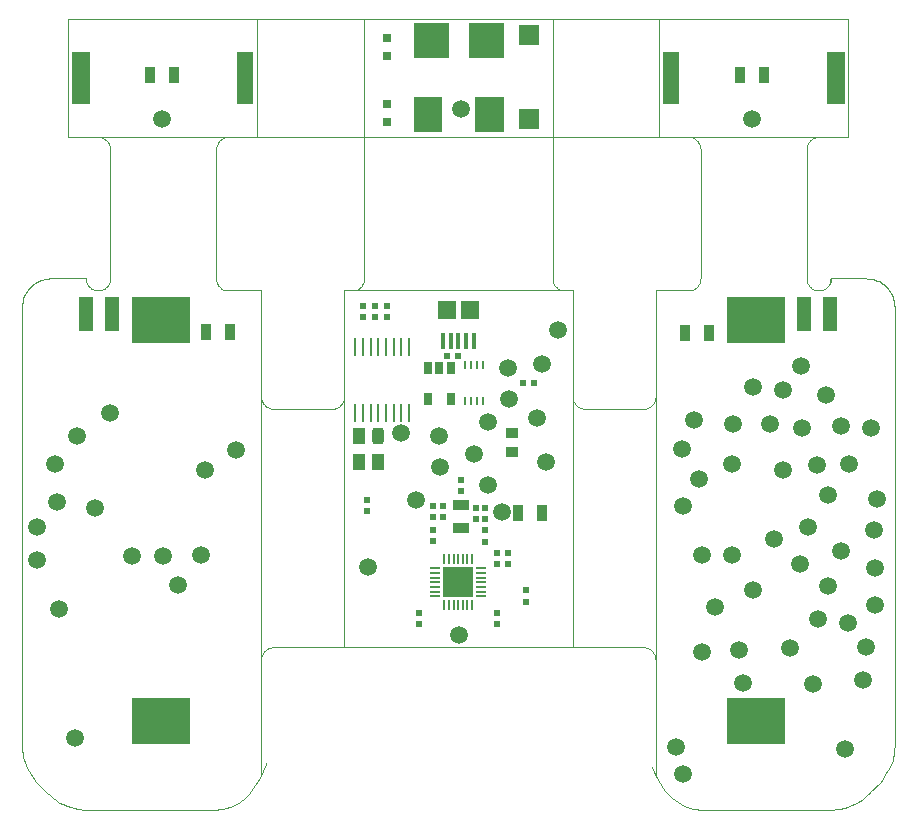
<source format=gbp>
%FSTAX23Y23*%
%MOIN*%
%SFA1B1*%

%IPPOS*%
%AMD104*
4,1,8,-0.009800,-0.027600,0.009800,-0.027600,0.019700,-0.017700,0.019700,0.017700,0.009800,0.027600,-0.009800,0.027600,-0.019700,0.017700,-0.019700,-0.017700,-0.009800,-0.027600,0.0*
1,1,0.019680,-0.009800,-0.017700*
1,1,0.019680,0.009800,-0.017700*
1,1,0.019680,0.009800,0.017700*
1,1,0.019680,-0.009800,0.017700*
%
%ADD14R,0.022840X0.024410*%
%ADD19C,0.059060*%
%ADD22R,0.039370X0.035430*%
%ADD23R,0.055120X0.037400*%
%ADD25R,0.024410X0.022840*%
%ADD27R,0.037400X0.055120*%
%ADD90C,0.001000*%
%ADD91C,0.000500*%
%ADD97R,0.059060X0.061020*%
%ADD98R,0.015750X0.053150*%
%ADD99R,0.047240X0.118110*%
%ADD100R,0.196850X0.157480*%
%ADD101R,0.031500X0.031500*%
%ADD102R,0.070870X0.068900*%
%ADD103R,0.039370X0.055120*%
G04~CAMADD=104~8~0.0~0.0~393.7~551.2~98.4~0.0~15~0.0~0.0~0.0~0.0~0~0.0~0.0~0.0~0.0~0~0.0~0.0~0.0~180.0~395.0~552.0*
%ADD104D104*%
%ADD105R,0.009840X0.029530*%
%ADD106R,0.103940X0.103940*%
%ADD107R,0.007870X0.033470*%
%ADD108R,0.033470X0.007870*%
%ADD110R,0.027560X0.039370*%
%ADD209R,0.059000X0.176000*%
%ADD210R,0.056650X0.176000*%
%ADD211R,0.058350X0.176000*%
%ADD212R,0.058000X0.176000*%
%ADD227R,0.009840X0.059060*%
%LNpcb_flex_1-1*%
%LPD*%
G36*
X00141Y01257D02*
X00023D01*
Y01375*
X00141*
Y01257*
G37*
G36*
X-00042D02*
X-0016D01*
Y01375*
X-00042*
Y01257*
G37*
G36*
X00141Y0101D02*
X00043D01*
Y01128*
X00141*
Y0101*
G37*
G36*
X-00065D02*
X-0016D01*
Y01128*
X-00065*
Y0101*
G37*
G54D14*
X-0005Y00264D03*
X-00013D03*
X00204Y00175D03*
X00241D03*
G54D19*
X-00753Y-0005D03*
X-00857Y-00114D03*
X-00868Y-00399D03*
X-00009Y-00666D03*
X-00075Y-00003D03*
X-00996Y-00401D03*
X-01099D03*
X-01417Y-00416D03*
Y-00304D03*
X0104Y-00345D03*
X01221Y-00502D03*
X01349Y-00705D03*
X01289Y-00624D03*
X01185Y-001D03*
X01338Y-00814D03*
X00901Y-00097D03*
X008Y-00723D03*
X01186Y-00613D03*
X01378Y-00566D03*
X01221Y-00199D03*
X01155Y-00307D03*
X01365Y00024D03*
X01263Y0003D03*
X00904Y00039D03*
X01133Y00025D03*
X01171Y-00828D03*
X01276Y-01047D03*
X-01288Y-01008D03*
X-01282Y-00002D03*
X-01356Y-00097D03*
X-01221Y-00242D03*
X00714Y-0104D03*
X-01349Y-00223D03*
X-01174Y00075D03*
X-00946Y-005D03*
X00937Y-00826D03*
X00735Y-00045D03*
X00739Y-01128D03*
X-01344Y-0058D03*
X00844Y-00573D03*
X00775Y0005D03*
X01375Y-00317D03*
X01384Y-00211D03*
X01291Y-00096D03*
X01377Y-00443D03*
X00791Y-00147D03*
X01129Y-00429D03*
X01263Y-00384D03*
X01072Y00151D03*
X00972Y0016D03*
X01131Y00231D03*
X01027Y00037D03*
X00739Y-00236D03*
X01215Y00135D03*
X0107Y-00116D03*
X-01Y01053D03*
X-00001Y01089D03*
X00969Y01053D03*
X008Y-004D03*
X00925Y-00717D03*
X00972Y-00517D03*
X00902Y-004D03*
X01093Y-00708D03*
X00087Y-00164D03*
X-00072Y-00107D03*
X0032Y00352D03*
X00281Y-00089D03*
X00157Y00121D03*
X00251Y00059D03*
X00266Y00237D03*
X-00153Y-00215D03*
X00134Y-00256D03*
X0004Y-00061D03*
X-00202Y00009D03*
X00086Y00044D03*
X00155Y00225D03*
X-00313Y-00438D03*
G54D22*
X00166Y00007D03*
Y-00055D03*
G54D23*
X-00002Y-00231D03*
Y-0031D03*
G54D25*
X-00142Y-00629D03*
Y-00592D03*
X00118D03*
Y-00629D03*
X-00096Y-00272D03*
Y-00235D03*
X-00064Y-00272D03*
Y-00235D03*
X00078Y-00242D03*
Y-00279D03*
X00046Y-00242D03*
Y-00279D03*
X00078Y-00317D03*
Y-00354D03*
X-00095Y-00351D03*
Y-00314D03*
X00117Y-00429D03*
Y-00392D03*
X00153Y-00429D03*
Y-00392D03*
X-00001Y-00148D03*
Y-00185D03*
X00215Y-00517D03*
Y-00554D03*
X-00316Y-00252D03*
Y-00215D03*
X-0025Y00394D03*
Y00431D03*
X-00289Y00394D03*
Y00431D03*
X-00328D03*
Y00394D03*
G54D27*
X01008Y012D03*
X00929D03*
X-00772Y00346D03*
X-00851D03*
X00745Y00342D03*
X00823D03*
X-0096Y012D03*
X-01039D03*
X00189Y-0026D03*
X00268D03*
G54D90*
X00303Y00523D02*
D01*
X00303Y0052*
X00303Y00517*
X00303Y00514*
X00304Y00511*
X00305Y00509*
X00306Y00506*
X00307Y00504*
X00309Y00501*
X0031Y00499*
X00312Y00497*
X00314Y00495*
X00316Y00493*
X00318Y00491*
X0032Y00489*
X00323Y00488*
X00325Y00487*
X00328Y00485*
X0033Y00484*
X00333Y00484*
X00336Y00483*
X00338Y00483*
X00341Y00483*
X00343Y00483*
X-00433Y00089D02*
D01*
X-0043Y00089*
X-00427Y00089*
X-00424Y00089*
X-00421Y0009*
X-00419Y00091*
X-00416Y00092*
X-00414Y00093*
X-00411Y00095*
X-00409Y00096*
X-00407Y00098*
X-00405Y001*
X-00403Y00102*
X-00401Y00104*
X-00399Y00106*
X-00398Y00109*
X-00397Y00111*
X-00395Y00114*
X-00394Y00116*
X-00394Y00119*
X-00393Y00122*
X-00393Y00124*
X-00393Y00127*
X-00393Y00129*
X-00366Y00483D02*
D01*
X-00363Y00483*
X-0036Y00483*
X-00357Y00483*
X-00354Y00484*
X-00352Y00485*
X-00349Y00486*
X-00347Y00487*
X-00344Y00489*
X-00342Y0049*
X-0034Y00492*
X-00338Y00494*
X-00336Y00496*
X-00334Y00498*
X-00332Y005*
X-00331Y00503*
X-0033Y00505*
X-00328Y00508*
X-00327Y0051*
X-00327Y00513*
X-00326Y00516*
X-00326Y00518*
X-00326Y00521*
X-00326Y00523*
X0037Y00129D02*
D01*
X0037Y00126*
X0037Y00123*
X0037Y0012*
X00371Y00117*
X00372Y00115*
X00373Y00112*
X00374Y0011*
X00376Y00107*
X00377Y00105*
X00379Y00103*
X00381Y00101*
X00383Y00099*
X00385Y00097*
X00387Y00095*
X0039Y00094*
X00392Y00093*
X00395Y00091*
X00397Y0009*
X004Y0009*
X00403Y00089*
X00405Y00089*
X00408Y00089*
X0041Y00089*
X0037Y00129D02*
D01*
X0037Y00126*
X0037Y00123*
X0037Y0012*
X00371Y00117*
X00372Y00115*
X00373Y00112*
X00374Y0011*
X00376Y00107*
X00377Y00105*
X00379Y00103*
X00381Y00101*
X00383Y00099*
X00385Y00097*
X00387Y00095*
X0039Y00094*
X00392Y00093*
X00395Y00091*
X00397Y0009*
X004Y0009*
X00403Y00089*
X00405Y00089*
X00408Y00089*
X0041Y00089*
X-00366Y00483D02*
D01*
X-00363Y00483*
X-0036Y00483*
X-00357Y00483*
X-00354Y00484*
X-00352Y00485*
X-00349Y00486*
X-00347Y00487*
X-00344Y00489*
X-00342Y0049*
X-0034Y00492*
X-00338Y00494*
X-00336Y00496*
X-00334Y00498*
X-00332Y005*
X-00331Y00503*
X-0033Y00505*
X-00328Y00508*
X-00327Y0051*
X-00327Y00513*
X-00326Y00516*
X-00326Y00518*
X-00326Y00521*
X-00326Y00523*
X-00433Y00089D02*
D01*
X-0043Y00089*
X-00427Y00089*
X-00424Y00089*
X-00421Y0009*
X-00419Y00091*
X-00416Y00092*
X-00414Y00093*
X-00411Y00095*
X-00409Y00096*
X-00407Y00098*
X-00405Y001*
X-00403Y00102*
X-00401Y00104*
X-00399Y00106*
X-00398Y00109*
X-00397Y00111*
X-00395Y00114*
X-00394Y00116*
X-00394Y00119*
X-00393Y00122*
X-00393Y00124*
X-00393Y00127*
X-00393Y00129*
X00303Y00523D02*
D01*
X00303Y0052*
X00303Y00517*
X00303Y00514*
X00304Y00511*
X00305Y00509*
X00306Y00506*
X00307Y00504*
X00309Y00501*
X0031Y00499*
X00312Y00497*
X00314Y00495*
X00316Y00493*
X00318Y00491*
X0032Y00489*
X00323Y00488*
X00325Y00487*
X00328Y00485*
X0033Y00484*
X00333Y00484*
X00336Y00483*
X00338Y00483*
X00341Y00483*
X00343Y00483*
X00633Y-01105D02*
D01*
X00641Y-01123*
X0065Y-01142*
X0066Y-01159*
X00672Y-01176*
X00672Y-01177*
X00679Y-01186D02*
D01*
X00686Y-01194*
X00694Y-01202*
X00702Y-0121*
X00711Y-01217*
X0072Y-01223*
X0073Y-01229*
X0074Y-01234*
X0075Y-01238*
X00761Y-01242*
X00771Y-01245*
X00782Y-01247*
X00793Y-01248*
X00805Y-01248*
X00806Y-01248*
X01248Y-01247D02*
D01*
X01261Y-01245*
X01274Y-01242*
X01286Y-01238*
X01299Y-01233*
X01311Y-01228*
X01322Y-01221*
X01333Y-01214*
X01344Y-01206*
X01354Y-01197*
X0136Y-01191*
X01419Y-0112D02*
D01*
X01424Y-01112*
X01429Y-01103*
X01433Y-01093*
X01436Y-01083*
X01439Y-01074*
X01441Y-01063*
X01442Y-01053*
X01442Y-01043*
X01443Y-0104*
X-00829Y-01249D02*
D01*
X-00818Y-01248*
X-00807Y-01247*
X-00796Y-01245*
X-00785Y-01242*
X-00774Y-01239*
X-00764Y-01235*
X-00754Y-0123*
X-00744Y-01224*
X-00735Y-01218*
X-00726Y-01211*
X-00718Y-01204*
X-0071Y-01196*
X-00703Y-01187*
X-00702Y-01186*
X-01383Y-01191D02*
D01*
X-01373Y-012*
X-01363Y-01209*
X-01352Y-01217*
X-01341Y-01224*
X-01329Y-0123*
X-01317Y-01235*
X-01304Y-0124*
X-01292Y-01243*
X-01279Y-01246*
X-01271Y-01247*
X-01466Y-0104D02*
D01*
X-01465Y-0105*
X-01464Y-01061*
X-01462Y-01071*
X-0146Y-01081*
X-01457Y-0109*
X-01453Y-011*
X-01448Y-01109*
X-01443Y-01118*
X-01442Y-0112*
X01443Y00429D02*
D01*
X01442Y00435*
X01442Y00442*
X0144Y00448*
X01439Y00454*
X01437Y00461*
X01434Y00467*
X01431Y00473*
X01428Y00478*
X01425Y00484*
X01421Y00489*
X01416Y00494*
X01411Y00498*
X01406Y00503*
X01401Y00506*
X01396Y0051*
X0139Y00513*
X01384Y00516*
X01378Y00518*
X01371Y0052*
X01365Y00521*
X01358Y00522*
X01352Y00522*
X01349Y00523*
X00756Y00483D02*
D01*
X00758Y00483*
X00761Y00483*
X00764Y00483*
X00767Y00484*
X00769Y00485*
X00772Y00486*
X00774Y00487*
X00777Y00489*
X00779Y0049*
X00781Y00492*
X00783Y00494*
X00785Y00496*
X00787Y00498*
X00789Y005*
X0079Y00503*
X00791Y00505*
X00793Y00508*
X00794Y0051*
X00794Y00513*
X00795Y00516*
X00795Y00518*
X00795Y00521*
X00796Y00523*
X0115D02*
D01*
X0115Y0052*
X0115Y00517*
X0115Y00514*
X01151Y00511*
X01152Y00509*
X01153Y00506*
X01154Y00504*
X01156Y00501*
X01157Y00499*
X01159Y00497*
X01161Y00495*
X01163Y00493*
X01165Y00491*
X01167Y00489*
X0117Y00488*
X01172Y00487*
X01175Y00485*
X01177Y00484*
X0118Y00484*
X01183Y00483*
X01185Y00483*
X01188Y00483*
X01191*
X01194Y00483*
X01196Y00483*
X01199Y00484*
X01202Y00484*
X01204Y00485*
X01207Y00487*
X0121Y00488*
X01212Y00489*
X01214Y00491*
X01216Y00493*
X01218Y00495*
X0122Y00497*
X01222Y00499*
X01223Y00501*
X01225Y00504*
X01226Y00506*
X01227Y00509*
X01228Y00511*
X01229Y00514*
X01229Y00517*
X01229Y0052*
X0123Y00523*
X-01253D02*
D01*
X-01252Y0052*
X-01252Y00517*
X-01252Y00514*
X-01251Y00511*
X-0125Y00509*
X-01249Y00506*
X-01248Y00504*
X-01246Y00501*
X-01245Y00499*
X-01243Y00497*
X-01241Y00495*
X-01239Y00493*
X-01237Y00491*
X-01235Y00489*
X-01233Y00488*
X-0123Y00487*
X-01227Y00485*
X-01225Y00484*
X-01222Y00484*
X-01219Y00483*
X-01217Y00483*
X-01214Y00483*
X-01211*
X-01208Y00483*
X-01206Y00483*
X-01203Y00484*
X-012Y00484*
X-01198Y00485*
X-01195Y00487*
X-01192Y00488*
X-0119Y00489*
X-01188Y00491*
X-01186Y00493*
X-01184Y00495*
X-01182Y00497*
X-0118Y00499*
X-01179Y00501*
X-01177Y00504*
X-01176Y00506*
X-01175Y00509*
X-01174Y00511*
X-01173Y00514*
X-01173Y00517*
X-01173Y0052*
X-01173Y00523*
X-01372D02*
D01*
X-01378Y00522*
X-01385Y00522*
X-01391Y0052*
X-01397Y00519*
X-01404Y00517*
X-0141Y00514*
X-01416Y00511*
X-01421Y00508*
X-01427Y00505*
X-01432Y00501*
X-01437Y00496*
X-01441Y00491*
X-01446Y00486*
X-01449Y00481*
X-01453Y00475*
X-01456Y0047*
X-01459Y00464*
X-01461Y00458*
X-01463Y00451*
X-01464Y00445*
X-01465Y00438*
X-01465Y00432*
X-01466Y00429*
X-00819Y00522D02*
D01*
X-00818Y00519*
X-00818Y00516*
X-00818Y00514*
X-00817Y00511*
X-00816Y00508*
X-00815Y00506*
X-00814Y00503*
X-00813Y00501*
X-00811Y00499*
X-00809Y00497*
X-00807Y00494*
X-00806Y00493*
X-00803Y00491*
X-00801Y00489*
X-00799Y00488*
X-00796Y00486*
X-00794Y00485*
X-00791Y00484*
X-00789Y00484*
X-00786Y00483*
X-00783Y00483*
X-00781Y00483*
X-00779Y00483*
X-00669Y00129D02*
D01*
X-00668Y00126*
X-00668Y00123*
X-00668Y0012*
X-00667Y00117*
X-00666Y00115*
X-00665Y00112*
X-00664Y0011*
X-00662Y00107*
X-00661Y00105*
X-00659Y00103*
X-00657Y00101*
X-00655Y00099*
X-00653Y00097*
X-00651Y00095*
X-00648Y00094*
X-00646Y00093*
X-00643Y00091*
X-00641Y0009*
X-00638Y0009*
X-00635Y00089*
X-00633Y00089*
X-0063Y00089*
X-00629Y00089*
X00606D02*
D01*
X00609Y00089*
X00612Y00089*
X00614Y00089*
X00617Y0009*
X0062Y00091*
X00622Y00092*
X00625Y00093*
X00627Y00094*
X00629Y00096*
X00631Y00098*
X00634Y001*
X00635Y00101*
X00637Y00104*
X00639Y00106*
X0064Y00108*
X00642Y00111*
X00643Y00113*
X00644Y00116*
X00644Y00118*
X00645Y00121*
X00645Y00124*
X00645Y00126*
X00646Y00128*
X00606Y00089D02*
D01*
X00609Y00089*
X00612Y00089*
X00614Y00089*
X00617Y0009*
X0062Y00091*
X00622Y00092*
X00625Y00093*
X00627Y00094*
X00629Y00096*
X00631Y00098*
X00634Y001*
X00635Y00101*
X00637Y00104*
X00639Y00106*
X0064Y00108*
X00642Y00111*
X00643Y00113*
X00644Y00116*
X00644Y00118*
X00645Y00121*
X00645Y00124*
X00645Y00126*
X00646Y00128*
X-00669Y00129D02*
D01*
X-00668Y00126*
X-00668Y00123*
X-00668Y0012*
X-00667Y00117*
X-00666Y00115*
X-00665Y00112*
X-00664Y0011*
X-00662Y00107*
X-00661Y00105*
X-00659Y00103*
X-00657Y00101*
X-00655Y00099*
X-00653Y00097*
X-00651Y00095*
X-00648Y00094*
X-00646Y00093*
X-00643Y00091*
X-00641Y0009*
X-00638Y0009*
X-00635Y00089*
X-00633Y00089*
X-0063Y00089*
X-00629Y00089*
X-00819Y00522D02*
D01*
X-00818Y00519*
X-00818Y00516*
X-00818Y00514*
X-00817Y00511*
X-00816Y00508*
X-00815Y00506*
X-00814Y00503*
X-00813Y00501*
X-00811Y00499*
X-00809Y00497*
X-00807Y00494*
X-00806Y00493*
X-00803Y00491*
X-00801Y00489*
X-00799Y00488*
X-00796Y00486*
X-00794Y00485*
X-00791Y00484*
X-00789Y00484*
X-00786Y00483*
X-00783Y00483*
X-00781Y00483*
X-00779Y00483*
X-01372Y00523D02*
D01*
X-01378Y00522*
X-01385Y00522*
X-01391Y0052*
X-01397Y00519*
X-01404Y00517*
X-0141Y00514*
X-01416Y00511*
X-01421Y00508*
X-01427Y00505*
X-01432Y00501*
X-01437Y00496*
X-01441Y00491*
X-01446Y00486*
X-01449Y00481*
X-01453Y00475*
X-01456Y0047*
X-01459Y00464*
X-01461Y00458*
X-01463Y00451*
X-01464Y00445*
X-01465Y00438*
X-01465Y00432*
X-01466Y00429*
X-01253Y00523D02*
D01*
X-01252Y0052*
X-01252Y00517*
X-01252Y00514*
X-01251Y00511*
X-0125Y00509*
X-01249Y00506*
X-01248Y00504*
X-01246Y00501*
X-01245Y00499*
X-01243Y00497*
X-01241Y00495*
X-01239Y00493*
X-01237Y00491*
X-01235Y00489*
X-01233Y00488*
X-0123Y00487*
X-01227Y00485*
X-01225Y00484*
X-01222Y00484*
X-01219Y00483*
X-01217Y00483*
X-01214Y00483*
X-01211*
X-01208Y00483*
X-01206Y00483*
X-01203Y00484*
X-012Y00484*
X-01198Y00485*
X-01195Y00487*
X-01192Y00488*
X-0119Y00489*
X-01188Y00491*
X-01186Y00493*
X-01184Y00495*
X-01182Y00497*
X-0118Y00499*
X-01179Y00501*
X-01177Y00504*
X-01176Y00506*
X-01175Y00509*
X-01174Y00511*
X-01173Y00514*
X-01173Y00517*
X-01173Y0052*
X-01173Y00523*
X0115D02*
D01*
X0115Y0052*
X0115Y00517*
X0115Y00514*
X01151Y00511*
X01152Y00509*
X01153Y00506*
X01154Y00504*
X01156Y00501*
X01157Y00499*
X01159Y00497*
X01161Y00495*
X01163Y00493*
X01165Y00491*
X01167Y00489*
X0117Y00488*
X01172Y00487*
X01175Y00485*
X01177Y00484*
X0118Y00484*
X01183Y00483*
X01185Y00483*
X01188Y00483*
X01191*
X01194Y00483*
X01196Y00483*
X01199Y00484*
X01202Y00484*
X01204Y00485*
X01207Y00487*
X0121Y00488*
X01212Y00489*
X01214Y00491*
X01216Y00493*
X01218Y00495*
X0122Y00497*
X01222Y00499*
X01223Y00501*
X01225Y00504*
X01226Y00506*
X01227Y00509*
X01228Y00511*
X01229Y00514*
X01229Y00517*
X01229Y0052*
X0123Y00523*
X00756Y00483D02*
D01*
X00758Y00483*
X00761Y00483*
X00764Y00483*
X00767Y00484*
X00769Y00485*
X00772Y00486*
X00774Y00487*
X00777Y00489*
X00779Y0049*
X00781Y00492*
X00783Y00494*
X00785Y00496*
X00787Y00498*
X00789Y005*
X0079Y00503*
X00791Y00505*
X00793Y00508*
X00794Y0051*
X00794Y00513*
X00795Y00516*
X00795Y00518*
X00795Y00521*
X00796Y00523*
X01443Y00429D02*
D01*
X01442Y00435*
X01442Y00442*
X0144Y00448*
X01439Y00454*
X01437Y00461*
X01434Y00467*
X01431Y00473*
X01428Y00478*
X01425Y00484*
X01421Y00489*
X01416Y00494*
X01411Y00498*
X01406Y00503*
X01401Y00506*
X01396Y0051*
X0139Y00513*
X01384Y00516*
X01378Y00518*
X01371Y0052*
X01365Y00521*
X01358Y00522*
X01352Y00522*
X01349Y00523*
X-01466Y-0104D02*
D01*
X-01465Y-0105*
X-01464Y-01061*
X-01462Y-01071*
X-0146Y-01081*
X-01457Y-0109*
X-01453Y-011*
X-01448Y-01109*
X-01443Y-01118*
X-01442Y-0112*
X-01383Y-01191D02*
D01*
X-01373Y-012*
X-01363Y-01209*
X-01352Y-01217*
X-01341Y-01224*
X-01329Y-0123*
X-01317Y-01235*
X-01304Y-0124*
X-01292Y-01243*
X-01279Y-01246*
X-01271Y-01247*
X-00829Y-01249D02*
D01*
X-00818Y-01248*
X-00807Y-01247*
X-00796Y-01245*
X-00785Y-01242*
X-00774Y-01239*
X-00764Y-01235*
X-00754Y-0123*
X-00744Y-01224*
X-00735Y-01218*
X-00726Y-01211*
X-00718Y-01204*
X-0071Y-01196*
X-00703Y-01187*
X-00702Y-01186*
X01419Y-0112D02*
D01*
X01424Y-01112*
X01429Y-01103*
X01433Y-01093*
X01436Y-01083*
X01439Y-01074*
X01441Y-01063*
X01442Y-01053*
X01442Y-01043*
X01443Y-0104*
X01248Y-01247D02*
D01*
X01261Y-01245*
X01274Y-01242*
X01286Y-01238*
X01299Y-01233*
X01311Y-01228*
X01322Y-01221*
X01333Y-01214*
X01344Y-01206*
X01354Y-01197*
X0136Y-01191*
X00679Y-01186D02*
D01*
X00686Y-01194*
X00694Y-01202*
X00702Y-0121*
X00711Y-01217*
X0072Y-01223*
X0073Y-01229*
X0074Y-01234*
X0075Y-01238*
X00761Y-01242*
X00771Y-01245*
X00782Y-01247*
X00793Y-01248*
X00805Y-01248*
X00806Y-01248*
X00633Y-01105D02*
D01*
X00641Y-01123*
X0065Y-01142*
X0066Y-01159*
X00672Y-01176*
X00672Y-01177*
X00303Y00523D02*
D01*
X00303Y0052*
X00303Y00517*
X00303Y00514*
X00304Y00511*
X00305Y00509*
X00306Y00506*
X00307Y00504*
X00309Y00501*
X0031Y00499*
X00312Y00497*
X00314Y00495*
X00316Y00493*
X00318Y00491*
X0032Y00489*
X00323Y00488*
X00325Y00487*
X00328Y00485*
X0033Y00484*
X00333Y00484*
X00336Y00483*
X00338Y00483*
X00341Y00483*
X00343Y00483*
X-00433Y00089D02*
D01*
X-0043Y00089*
X-00427Y00089*
X-00424Y00089*
X-00421Y0009*
X-00419Y00091*
X-00416Y00092*
X-00414Y00093*
X-00411Y00095*
X-00409Y00096*
X-00407Y00098*
X-00405Y001*
X-00403Y00102*
X-00401Y00104*
X-00399Y00106*
X-00398Y00109*
X-00397Y00111*
X-00395Y00114*
X-00394Y00116*
X-00394Y00119*
X-00393Y00122*
X-00393Y00124*
X-00393Y00127*
X-00393Y00129*
X-00366Y00483D02*
D01*
X-00363Y00483*
X-0036Y00483*
X-00357Y00483*
X-00354Y00484*
X-00352Y00485*
X-00349Y00486*
X-00347Y00487*
X-00344Y00489*
X-00342Y0049*
X-0034Y00492*
X-00338Y00494*
X-00336Y00496*
X-00334Y00498*
X-00332Y005*
X-00331Y00503*
X-0033Y00505*
X-00328Y00508*
X-00327Y0051*
X-00327Y00513*
X-00326Y00516*
X-00326Y00518*
X-00326Y00521*
X-00326Y00523*
X0037Y00129D02*
D01*
X0037Y00126*
X0037Y00123*
X0037Y0012*
X00371Y00117*
X00372Y00115*
X00373Y00112*
X00374Y0011*
X00376Y00107*
X00377Y00105*
X00379Y00103*
X00381Y00101*
X00383Y00099*
X00385Y00097*
X00387Y00095*
X0039Y00094*
X00392Y00093*
X00395Y00091*
X00397Y0009*
X004Y0009*
X00403Y00089*
X00405Y00089*
X00408Y00089*
X0041Y00089*
X0037Y00129D02*
D01*
X0037Y00126*
X0037Y00123*
X0037Y0012*
X00371Y00117*
X00372Y00115*
X00373Y00112*
X00374Y0011*
X00376Y00107*
X00377Y00105*
X00379Y00103*
X00381Y00101*
X00383Y00099*
X00385Y00097*
X00387Y00095*
X0039Y00094*
X00392Y00093*
X00395Y00091*
X00397Y0009*
X004Y0009*
X00403Y00089*
X00405Y00089*
X00408Y00089*
X0041Y00089*
X-00366Y00483D02*
D01*
X-00363Y00483*
X-0036Y00483*
X-00357Y00483*
X-00354Y00484*
X-00352Y00485*
X-00349Y00486*
X-00347Y00487*
X-00344Y00489*
X-00342Y0049*
X-0034Y00492*
X-00338Y00494*
X-00336Y00496*
X-00334Y00498*
X-00332Y005*
X-00331Y00503*
X-0033Y00505*
X-00328Y00508*
X-00327Y0051*
X-00327Y00513*
X-00326Y00516*
X-00326Y00518*
X-00326Y00521*
X-00326Y00523*
X-00433Y00089D02*
D01*
X-0043Y00089*
X-00427Y00089*
X-00424Y00089*
X-00421Y0009*
X-00419Y00091*
X-00416Y00092*
X-00414Y00093*
X-00411Y00095*
X-00409Y00096*
X-00407Y00098*
X-00405Y001*
X-00403Y00102*
X-00401Y00104*
X-00399Y00106*
X-00398Y00109*
X-00397Y00111*
X-00395Y00114*
X-00394Y00116*
X-00394Y00119*
X-00393Y00122*
X-00393Y00124*
X-00393Y00127*
X-00393Y00129*
X00303Y00523D02*
D01*
X00303Y0052*
X00303Y00517*
X00303Y00514*
X00304Y00511*
X00305Y00509*
X00306Y00506*
X00307Y00504*
X00309Y00501*
X0031Y00499*
X00312Y00497*
X00314Y00495*
X00316Y00493*
X00318Y00491*
X0032Y00489*
X00323Y00488*
X00325Y00487*
X00328Y00485*
X0033Y00484*
X00333Y00484*
X00336Y00483*
X00338Y00483*
X00341Y00483*
X00343Y00483*
X0119Y00995D02*
D01*
X01187Y00994*
X01184Y00994*
X01181Y00994*
X01178Y00993*
X01176Y00992*
X01173Y00991*
X01171Y0099*
X01168Y00988*
X01166Y00987*
X01164Y00985*
X01162Y00983*
X0116Y00981*
X01158Y00979*
X01156Y00977*
X01155Y00975*
X01154Y00972*
X01152Y00969*
X01151Y00967*
X01151Y00964*
X0115Y00961*
X0115Y00959*
X0115Y00956*
X0115Y00955*
X00796D02*
D01*
X00795Y00957*
X00795Y0096*
X00795Y00963*
X00794Y00966*
X00793Y00968*
X00792Y00971*
X00791Y00973*
X00789Y00976*
X00788Y00978*
X00786Y0098*
X00784Y00982*
X00782Y00984*
X0078Y00986*
X00778Y00988*
X00776Y00989*
X00773Y0099*
X0077Y00992*
X00768Y00993*
X00765Y00993*
X00762Y00994*
X0076Y00994*
X00757Y00994*
X00756Y00995*
X-00779D02*
D01*
X-00781Y00994*
X-00784Y00994*
X-00787Y00994*
X-0079Y00993*
X-00792Y00992*
X-00795Y00991*
X-00797Y0099*
X-008Y00988*
X-00802Y00987*
X-00804Y00985*
X-00806Y00983*
X-00808Y00981*
X-0081Y00979*
X-00812Y00977*
X-00813Y00975*
X-00814Y00972*
X-00816Y00969*
X-00817Y00967*
X-00817Y00964*
X-00818Y00961*
X-00818Y00959*
X-00818Y00956*
X-00819Y00955*
X-01173D02*
D01*
X-01173Y00957*
X-01173Y0096*
X-01173Y00963*
X-01174Y00966*
X-01175Y00968*
X-01176Y00971*
X-01177Y00973*
X-01179Y00976*
X-0118Y00978*
X-01182Y0098*
X-01184Y00982*
X-01186Y00984*
X-01188Y00986*
X-0119Y00988*
X-01193Y00989*
X-01195Y0099*
X-01198Y00992*
X-012Y00993*
X-01203Y00993*
X-01206Y00994*
X-01208Y00994*
X-01211Y00994*
X-01213Y00995*
X-01173Y00955D02*
D01*
X-01173Y00957*
X-01173Y0096*
X-01173Y00963*
X-01174Y00966*
X-01175Y00968*
X-01176Y00971*
X-01177Y00973*
X-01179Y00976*
X-0118Y00978*
X-01182Y0098*
X-01184Y00982*
X-01186Y00984*
X-01188Y00986*
X-0119Y00988*
X-01193Y00989*
X-01195Y0099*
X-01198Y00992*
X-012Y00993*
X-01203Y00993*
X-01206Y00994*
X-01208Y00994*
X-01211Y00994*
X-01213Y00995*
X-00779D02*
D01*
X-00781Y00994*
X-00784Y00994*
X-00787Y00994*
X-0079Y00993*
X-00792Y00992*
X-00795Y00991*
X-00797Y0099*
X-008Y00988*
X-00802Y00987*
X-00804Y00985*
X-00806Y00983*
X-00808Y00981*
X-0081Y00979*
X-00812Y00977*
X-00813Y00975*
X-00814Y00972*
X-00816Y00969*
X-00817Y00967*
X-00817Y00964*
X-00818Y00961*
X-00818Y00959*
X-00818Y00956*
X-00819Y00955*
X00796D02*
D01*
X00795Y00957*
X00795Y0096*
X00795Y00963*
X00794Y00966*
X00793Y00968*
X00792Y00971*
X00791Y00973*
X00789Y00976*
X00788Y00978*
X00786Y0098*
X00784Y00982*
X00782Y00984*
X0078Y00986*
X00778Y00988*
X00776Y00989*
X00773Y0099*
X0077Y00992*
X00768Y00993*
X00765Y00993*
X00762Y00994*
X0076Y00994*
X00757Y00994*
X00756Y00995*
X0119D02*
D01*
X01187Y00994*
X01184Y00994*
X01181Y00994*
X01178Y00993*
X01176Y00992*
X01173Y00991*
X01171Y0099*
X01168Y00988*
X01166Y00987*
X01164Y00985*
X01162Y00983*
X0116Y00981*
X01158Y00979*
X01156Y00977*
X01155Y00975*
X01154Y00972*
X01152Y00969*
X01151Y00967*
X01151Y00964*
X0115Y00961*
X0115Y00959*
X0115Y00956*
X0115Y00955*
X-00702Y-01186D02*
D01*
X-00688Y-01164*
X-00674Y-01142*
X-00663Y-01118*
X-00653Y-01094*
X-00652Y-01093*
X-00393Y-00707D02*
X0037D01*
X-00393Y00483D02*
X0037D01*
X00343D02*
X0037D01*
X-00393Y-00707D02*
Y00483D01*
X0037Y-00707D02*
Y00483D01*
X00343D02*
X0037D01*
X-00393D02*
X0037D01*
X00672Y-01177D02*
X00679Y-01186D01*
X00806Y-01249D02*
X01238D01*
X01248Y-01247*
X01396Y-01154D02*
X01396Y-01154D01*
X01419Y-0112*
X01359Y-01192D02*
X01396Y-01154D01*
X-00326Y00523D02*
Y01068D01*
X-00819Y00522D02*
Y00955D01*
X-01173Y00523D02*
Y00955D01*
X-00702Y-01186D02*
D01*
X-01261Y-01249D02*
X-00829D01*
X-01271Y-01247D02*
X-01261Y-01249D01*
X-01419Y-01154D02*
X-01419Y-01154D01*
X-01442Y-0112D02*
X-01419Y-01154D01*
X-01419Y-01154D02*
X-01382Y-01192D01*
X01443Y-0104D02*
Y00429D01*
X0115Y00523D02*
Y00955D01*
X01288Y00995D02*
Y01387D01*
X00658D02*
X01288D01*
X00658Y00995D02*
Y01387D01*
X00796Y00523D02*
Y00955D01*
X-00681Y00995D02*
Y0119D01*
X00303Y00523D02*
Y01387D01*
X-01311D02*
X-00681D01*
X-01311Y00995D02*
Y0119D01*
X-01372Y00523D02*
X-01253D01*
X-01466Y-0104D02*
Y00429D01*
X-00779Y00483D02*
X-00669D01*
X0123Y00523D02*
X01349D01*
X0123Y00511D02*
Y00523D01*
X-00669Y-01133D02*
Y00483D01*
X00646Y-00747D02*
Y00483D01*
X0041Y00089D02*
X00606D01*
X-00629D02*
X-00429D01*
X00646Y00483D02*
X00756D01*
X-00326Y01387D02*
X00303D01*
X-00326Y01068D02*
Y01387D01*
X01288Y00995D02*
Y01387D01*
X00658D02*
X01288D01*
X00658Y00995D02*
Y01387D01*
Y00995D02*
Y01387D01*
X01288*
Y00995D02*
Y01387D01*
X-00326Y01387D02*
X00303D01*
X00646Y00483D02*
X00756D01*
X-00629Y00089D02*
X-00429D01*
X0041D02*
X00606D01*
X00646Y-00747D02*
Y00483D01*
X-00669Y-01133D02*
Y00483D01*
X0123Y00511D02*
Y00523D01*
X01349*
X-00779Y00483D02*
X-00669D01*
X-01466Y-0104D02*
Y00429D01*
X-01372Y00523D02*
X-01253D01*
X-01311Y00995D02*
Y01387D01*
X00303Y00523D02*
Y01387D01*
X-00681Y00995D02*
Y01387D01*
X00796Y00523D02*
Y00955D01*
X00658Y00995D02*
Y01387D01*
X01288*
Y00995D02*
Y01387D01*
X0115Y00523D02*
Y00955D01*
X01443Y-0104D02*
Y00429D01*
X-01419Y-01154D02*
X-01382Y-01192D01*
X-01442Y-0112D02*
X-01419Y-01154D01*
X-01419Y-01154*
X-01271Y-01247D02*
X-01261Y-01249D01*
X-00829*
X-00702Y-01186D02*
X-00695Y-01177D01*
X-01173Y00523D02*
Y00955D01*
X-00819Y00522D02*
Y00955D01*
X-00326Y00523D02*
Y01068D01*
X01359Y-01192D02*
X01396Y-01154D01*
X01396Y-01154D02*
X01419Y-0112D01*
X01396Y-01154D02*
X01396Y-01154D01*
X01238Y-01249D02*
X01248Y-01247D01*
X00806Y-01249D02*
X01238D01*
X00672Y-01177D02*
X00679Y-01186D01*
X-00393Y00483D02*
X0037D01*
X00343D02*
X0037D01*
Y-00707D02*
Y00483D01*
X-00393Y-00707D02*
Y00483D01*
X00343D02*
X0037D01*
X-00393D02*
X0037D01*
X-00393Y-00707D02*
X0037D01*
X-00779Y00995D02*
X-00681D01*
X-01311D02*
X-01213D01*
X0119D02*
X01288D01*
Y01006D02*
Y01387D01*
X00658Y00995D02*
Y01387D01*
X00658Y00995D02*
X00756D01*
X-00681D02*
Y01387D01*
X-01311Y00995D02*
Y01387D01*
Y00995D02*
X01288D01*
X-01311Y01387D02*
X01288D01*
X0119Y00995D02*
X01288D01*
X00658D02*
X00756D01*
X01288D02*
Y01387D01*
X00658Y01006D02*
Y01387D01*
Y01006D02*
Y01387D01*
X01288Y01006D02*
Y01387D01*
X00658Y00995D02*
X00756D01*
X0119D02*
X01288D01*
X-01311Y01006D02*
Y01387D01*
X-00681Y01006D02*
Y01387D01*
X00658Y00995D02*
X00756D01*
X00658Y01006D02*
Y01387D01*
X01288Y01006D02*
Y01387D01*
X0119Y00995D02*
X01288D01*
X-01311D02*
X-01213D01*
X-00779D02*
X-00681D01*
G54D91*
X-00629Y-00707D02*
D01*
X-00631Y-00707*
X-00634Y-00707*
X-00637Y-00708*
X-0064Y-00708*
X-00642Y-00709*
X-00645Y-0071*
X-00647Y-00711*
X-0065Y-00713*
X-00652Y-00714*
X-00654Y-00716*
X-00656Y-00718*
X-00658Y-0072*
X-0066Y-00722*
X-00662Y-00724*
X-00663Y-00727*
X-00664Y-00729*
X-00666Y-00732*
X-00667Y-00734*
X-00667Y-00737*
X-00668Y-0074*
X-00668Y-00743*
X-00668Y-00745*
X-00669Y-00747*
X00646Y-00747D02*
D01*
X00645Y-00744*
X00645Y-00741*
X00645Y-00738*
X00644Y-00735*
X00643Y-00733*
X00642Y-0073*
X00641Y-00728*
X00639Y-00725*
X00638Y-00723*
X00636Y-00721*
X00634Y-00719*
X00632Y-00717*
X0063Y-00715*
X00628Y-00713*
X00626Y-00712*
X00623Y-00711*
X0062Y-00709*
X00618Y-00708*
X00615Y-00708*
X00612Y-00707*
X0061Y-00707*
X00607Y-00707*
X00606Y-00707*
X00646Y-00747D02*
D01*
X00645Y-00744*
X00645Y-00741*
X00645Y-00738*
X00644Y-00735*
X00643Y-00733*
X00642Y-0073*
X00641Y-00728*
X00639Y-00725*
X00638Y-00723*
X00636Y-00721*
X00634Y-00719*
X00632Y-00717*
X0063Y-00715*
X00628Y-00713*
X00626Y-00712*
X00623Y-00711*
X0062Y-00709*
X00618Y-00708*
X00615Y-00708*
X00612Y-00707*
X0061Y-00707*
X00607Y-00707*
X00606Y-00707*
X-00629Y-00707D02*
D01*
X-00631Y-00707*
X-00634Y-00707*
X-00637Y-00708*
X-0064Y-00708*
X-00642Y-00709*
X-00645Y-0071*
X-00647Y-00711*
X-0065Y-00713*
X-00652Y-00714*
X-00654Y-00716*
X-00656Y-00718*
X-00658Y-0072*
X-0066Y-00722*
X-00662Y-00724*
X-00663Y-00727*
X-00664Y-00729*
X-00666Y-00732*
X-00667Y-00734*
X-00667Y-00737*
X-00668Y-0074*
X-00668Y-00743*
X-00668Y-00745*
X-00669Y-00747*
X00646Y-01133D02*
Y-00747D01*
X-0063Y-00707D02*
X-00393D01*
X0037D02*
X00607D01*
X0037D02*
X00607D01*
X-0063D02*
X-00393D01*
X00646Y-01133D02*
Y-00747D01*
G54D97*
X00028Y00419D03*
X-0005D03*
G54D98*
X0004Y00314D03*
X00014D03*
X-00011D03*
X-00036D03*
X-00062D03*
G54D99*
X01228Y00405D03*
X01141D03*
X-01166D03*
X-01253D03*
G54D100*
X-01002Y-00953D03*
Y00385D03*
X00981Y-00952D03*
Y00386D03*
G54D101*
X-0025Y01046D03*
Y01105D03*
Y01324D03*
Y01265D03*
G54D102*
X00225Y01054D03*
Y01335D03*
G54D103*
X-00341Y-00001D03*
X-00278Y-00088D03*
X-00341D03*
G54D104*
X-00278Y-00001D03*
G54D105*
X00012Y00236D03*
X00032D03*
X00051D03*
X00071D03*
X00012Y00113D03*
X00032D03*
X00051D03*
X00071D03*
G54D106*
X-00012Y-0049D03*
G54D107*
X00035Y-00412D03*
X00019D03*
X00003D03*
X-00012D03*
X-00027D03*
X-00043D03*
X-00059D03*
Y-00567D03*
X-00043D03*
X-00027D03*
X-00012D03*
X00003D03*
X00019D03*
X00035D03*
G54D108*
X-00089Y-00442D03*
Y-00458D03*
Y-00474D03*
Y-0049D03*
Y-00505D03*
Y-00521D03*
Y-00537D03*
X00065D03*
Y-00521D03*
Y-00505D03*
Y-0049D03*
Y-00474D03*
Y-00458D03*
Y-00442D03*
G54D110*
X-00112Y0012D03*
X-00037D03*
Y00223D03*
X-00075D03*
X-00112D03*
G54D209*
X-0127Y01192D03*
G54D210*
X00697Y01192D03*
G54D211*
X01248Y01192D03*
G54D212*
X-00721Y01192D03*
G54D227*
X-00176Y00074D03*
X-00202D03*
X-00227D03*
X-00253D03*
X-00278D03*
X-00304D03*
X-00329D03*
X-00355D03*
X-00176Y00295D03*
X-00202D03*
X-00227D03*
X-00253D03*
X-00278D03*
X-00304D03*
X-00329D03*
X-00355D03*
M02*
</source>
